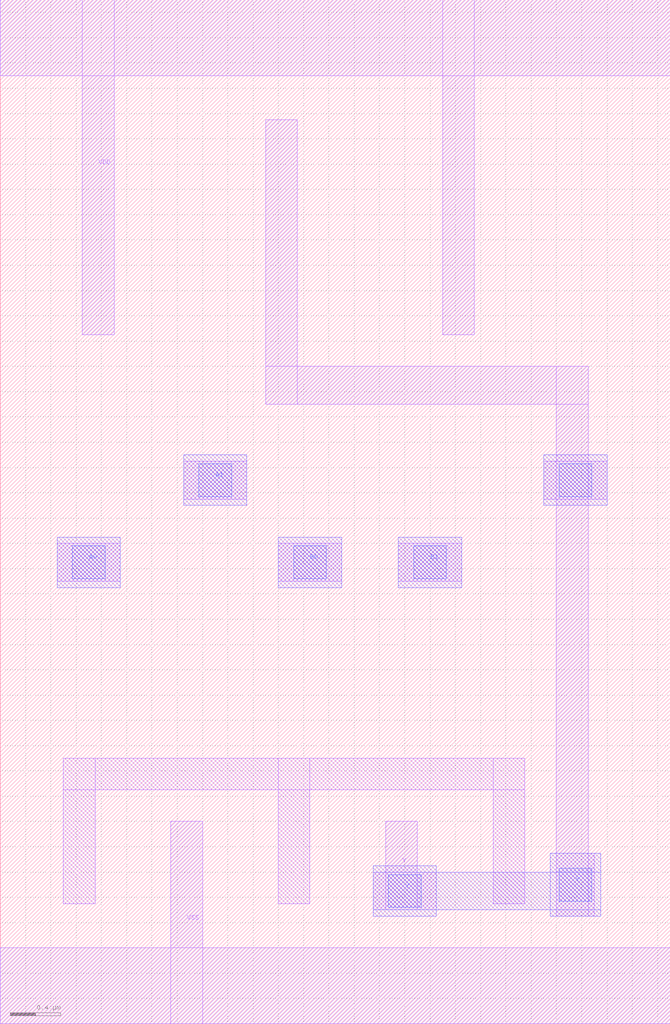
<source format=lef>
# Copyright 2022 Google LLC
# Licensed under the Apache License, Version 2.0 (the "License");
# you may not use this file except in compliance with the License.
# You may obtain a copy of the License at
#
#      http://www.apache.org/licenses/LICENSE-2.0
#
# Unless required by applicable law or agreed to in writing, software
# distributed under the License is distributed on an "AS IS" BASIS,
# WITHOUT WARRANTIES OR CONDITIONS OF ANY KIND, either express or implied.
# See the License for the specific language governing permissions and
# limitations under the License.
VERSION 5.7 ;
BUSBITCHARS "[]" ;
DIVIDERCHAR "/" ;

MACRO gf180mcu_osu_sc_gp12t3v3__oai22_1
  CLASS CORE ;
  ORIGIN 0 0 ;
  FOREIGN gf180mcu_osu_sc_gp12t3v3__oai22_1 0 0 ;
  SIZE 5.3 BY 8.1 ;
  SYMMETRY X Y ;
  SITE gf180mcu_osu_sc_gp12t3v3 ;
  PIN VDD
    DIRECTION INOUT ;
    USE POWER ;
    SHAPE ABUTMENT ;
    PORT
      LAYER MET1 ;
        RECT 0 7.5 5.3 8.1 ;
        RECT 3.5 5.45 3.75 8.1 ;
        RECT 0.65 5.45 0.9 8.1 ;
    END
  END VDD
  PIN VSS
    DIRECTION INOUT ;
    USE GROUND ;
    PORT
      LAYER MET1 ;
        RECT 0 0 5.3 0.6 ;
        RECT 1.35 0 1.6 1.6 ;
    END
  END VSS
  PIN A0
    DIRECTION INPUT ;
    USE SIGNAL ;
    PORT
      LAYER MET1 ;
        RECT 0.45 3.5 0.95 3.8 ;
      LAYER MET2 ;
        RECT 0.45 3.45 0.95 3.85 ;
      LAYER VIA12 ;
        RECT 0.57 3.52 0.83 3.78 ;
    END
  END A0
  PIN A1
    DIRECTION INPUT ;
    USE SIGNAL ;
    PORT
      LAYER MET1 ;
        RECT 1.45 4.15 1.95 4.45 ;
      LAYER MET2 ;
        RECT 1.45 4.1 1.95 4.5 ;
      LAYER VIA12 ;
        RECT 1.57 4.17 1.83 4.43 ;
    END
  END A1
  PIN B0
    DIRECTION INPUT ;
    USE SIGNAL ;
    PORT
      LAYER MET1 ;
        RECT 2.2 3.5 2.7 3.8 ;
      LAYER MET2 ;
        RECT 2.2 3.45 2.7 3.85 ;
      LAYER VIA12 ;
        RECT 2.32 3.52 2.58 3.78 ;
    END
  END B0
  PIN B1
    DIRECTION INPUT ;
    USE SIGNAL ;
    PORT
      LAYER MET1 ;
        RECT 3.15 3.5 3.65 3.8 ;
      LAYER MET2 ;
        RECT 3.15 3.45 3.65 3.85 ;
      LAYER VIA12 ;
        RECT 3.27 3.52 3.53 3.78 ;
    END
  END B1
  PIN Y
    DIRECTION OUTPUT ;
    USE SIGNAL ;
    PORT
      LAYER MET1 ;
        RECT 4.3 4.15 4.8 4.45 ;
        RECT 4.4 0.85 4.7 1.35 ;
        RECT 2.1 4.9 4.65 5.2 ;
        RECT 4.4 0.85 4.65 5.2 ;
        RECT 2.1 4.9 2.35 7.15 ;
        RECT 2.95 0.9 3.45 1.2 ;
        RECT 3.05 0.9 3.3 1.6 ;
      LAYER MET2 ;
        RECT 4.3 4.1 4.8 4.5 ;
        RECT 4.35 0.85 4.75 1.35 ;
        RECT 2.95 0.9 4.75 1.2 ;
        RECT 2.95 0.85 3.45 1.25 ;
      LAYER VIA12 ;
        RECT 3.07 0.92 3.33 1.18 ;
        RECT 4.42 4.17 4.68 4.43 ;
        RECT 4.42 0.97 4.68 1.23 ;
    END
  END Y
  OBS
    LAYER MET1 ;
      RECT 0.5 1.85 4.15 2.1 ;
      RECT 3.9 0.95 4.15 2.1 ;
      RECT 2.2 0.95 2.45 2.1 ;
      RECT 0.5 0.95 0.75 2.1 ;
  END
END gf180mcu_osu_sc_gp12t3v3__oai22_1

</source>
